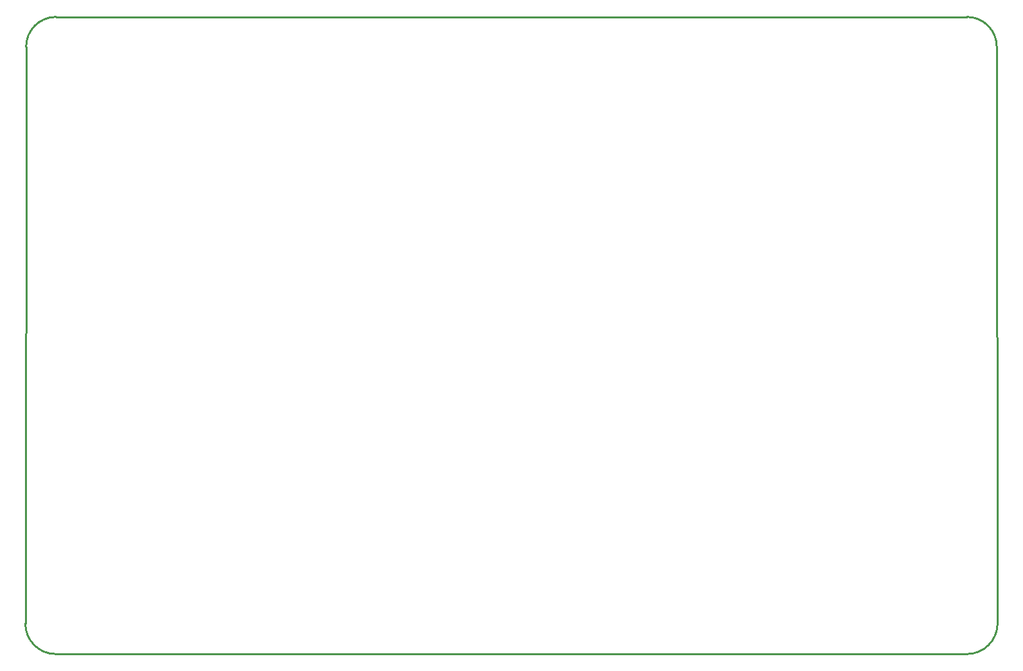
<source format=gbr>
%TF.GenerationSoftware,Altium Limited,Altium Designer,22.7.1 (60)*%
G04 Layer_Color=32768*
%FSLAX43Y43*%
%MOMM*%
%TF.SameCoordinates,9F5AA4AF-AB1A-42FA-95B2-595A31CD3D24*%
%TF.FilePolarity,Positive*%
%TF.FileFunction,Other,Board_Outline_(ES)*%
%TF.Part,Single*%
G01*
G75*
%TA.AperFunction,NonConductor*%
%ADD71C,0.254*%
D71*
X-100Y4510D02*
G03*
X3810Y600I3910J0D01*
G01*
X121142Y600D02*
G03*
X125100Y4526I16J3942D01*
G01*
X3810Y82600D02*
G03*
X0Y78740I25J-3835D01*
G01*
X125000D02*
G03*
X121179Y82600I-3840J20D01*
G01*
X-100Y4510D02*
X0Y78740D01*
X125000D02*
X125100Y4526D01*
X3810Y82600D02*
X121179Y82600D01*
X3810Y600D02*
X121142Y600D01*
%TF.MD5,ede3082d575d5ba2f286b2663c0e073b*%
M02*

</source>
